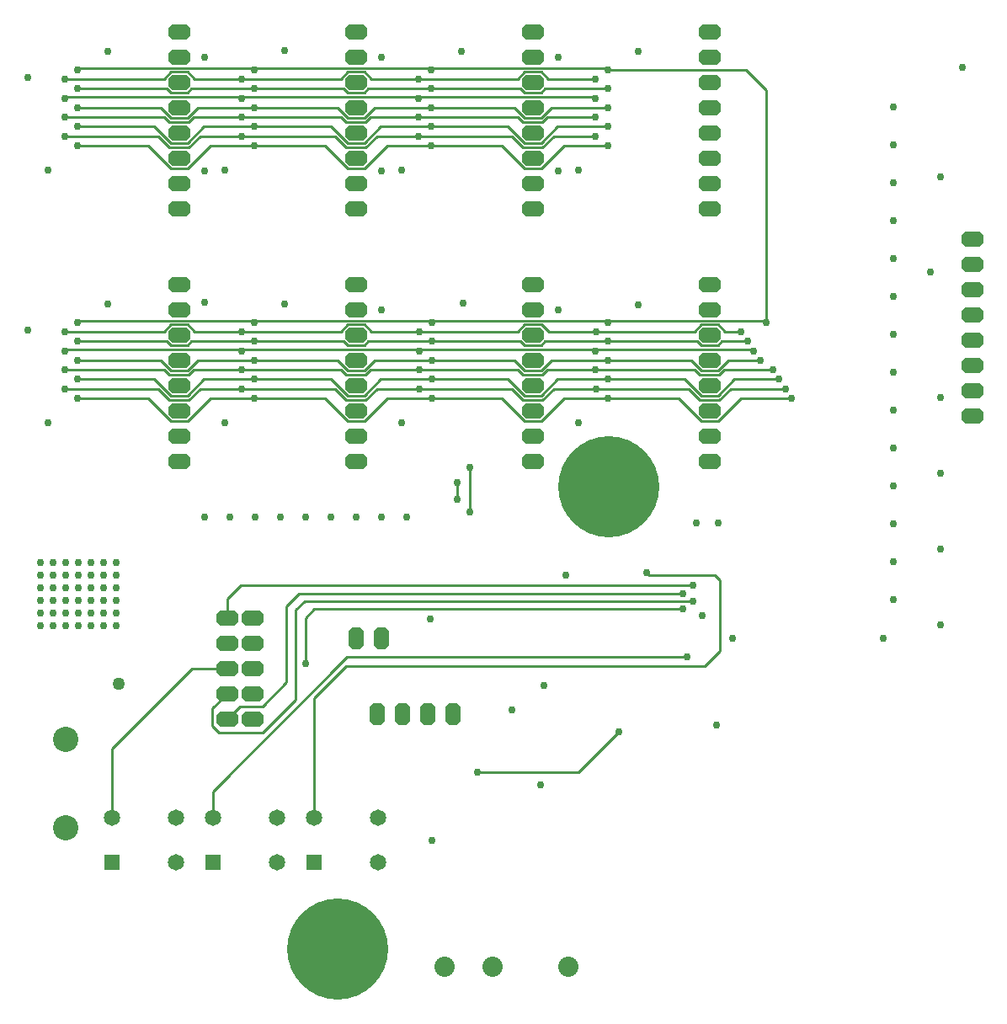
<source format=gbl>
%FSTAX23Y23*%
%MOIN*%
%SFA1B1*%

%IPPOS*%
%AMD29*
4,1,8,0.042500,-0.015000,0.042500,0.015000,0.027500,0.030000,-0.027500,0.030000,-0.042500,0.015000,-0.042500,-0.015000,-0.027500,-0.030000,0.027500,-0.030000,0.042500,-0.015000,0.0*
%
%AMD30*
4,1,8,-0.015000,-0.042500,0.015000,-0.042500,0.030000,-0.027500,0.030000,0.027500,0.015000,0.042500,-0.015000,0.042500,-0.030000,0.027500,-0.030000,-0.027500,-0.015000,-0.042500,0.0*
%
%ADD26C,0.010000*%
%ADD27R,0.064960X0.064960*%
%ADD28C,0.064960*%
G04~CAMADD=29~4~0.0~0.0~600.0~850.0~0.0~150.0~0~0.0~0.0~0.0~0.0~0~0.0~0.0~0.0~0.0~0~0.0~0.0~0.0~270.0~850.0~600.0*
%ADD29D29*%
G04~CAMADD=30~4~0.0~0.0~600.0~850.0~0.0~150.0~0~0.0~0.0~0.0~0.0~0~0.0~0.0~0.0~0.0~0~0.0~0.0~0.0~180.0~600.0~850.0*
%ADD30D30*%
%ADD31C,0.080000*%
%ADD32C,0.100000*%
%ADD33C,0.030000*%
%ADD34C,0.400000*%
%ADD35C,0.050000*%
%LNledcube-1*%
%LPD*%
G54D26*
X02161Y02611D02*
X02197Y02647D01*
X02161Y02257D02*
Y02611D01*
X0328Y0197D02*
X0344Y0213D01*
X0288Y0197D02*
X0328D01*
X01297Y03675D02*
X01651D01*
X01667Y03659*
X01732*
X01748Y03675*
X02351D02*
X02367Y03659D01*
X02432*
X02448Y03675*
X03051D02*
X03067Y03659D01*
X03132*
X03148Y03675*
X03397*
X01748D02*
X01997D01*
X02351*
X01297Y036D02*
X01626D01*
X01667Y03559*
X01732*
X01773Y036*
X01997*
X01943Y03641D02*
X01947Y03637D01*
X0125Y03641D02*
X01943D01*
X01247Y03712D02*
X01639D01*
X01667Y03741*
X01732*
X0176Y03712*
X01947*
X02339*
X02367Y03741*
X02432*
X0246Y03712*
X0265*
X03039*
X03067Y03741*
X03134*
X03162Y03712*
X03349*
X0339Y03757D02*
X03397Y0375D01*
X01247Y03562D02*
X01641D01*
X01661Y03543*
X01738*
X01758Y03562*
X01947*
X01297Y03525D02*
X01601D01*
X01667Y03459*
X01732*
X01798Y03525*
X01997*
X01783Y03487D02*
X01947D01*
X01738Y03443D02*
X01783Y03487D01*
X01661Y03443D02*
X01738D01*
X01616Y03487D02*
X01661Y03443D01*
X01247Y03487D02*
X01616D01*
X01297Y0345D02*
X01576D01*
X01667Y03359*
X01732*
X01823Y0345*
X01947Y03637D02*
X0195Y03641D01*
X02646*
X01997Y036D02*
X02326D01*
X02367Y03559*
X02432*
X02473Y036*
X027*
X02458Y03562D02*
X0265D01*
X02438Y03543D02*
X02458Y03562D01*
X02361Y03543D02*
X02438D01*
X02341Y03562D02*
X02361Y03543D01*
X01947Y03562D02*
X02341D01*
X01997Y03525D02*
X02301D01*
X02367Y03459*
X02432*
X02498Y03525*
X027*
X02483Y03487D02*
X0265D01*
X02438Y03443D02*
X02483Y03487D01*
X02361Y03443D02*
X02438D01*
X02316Y03487D02*
X02361Y03443D01*
X02276Y0345D02*
X02367Y03359D01*
X02432*
X02523Y0345*
X027*
X01947Y03487D02*
X02316D01*
X0265Y03637D02*
X02653Y03641D01*
X03344*
X027Y036D02*
X03026D01*
X03067Y03559*
X03132*
X03173Y036*
X03397*
X03158Y03562D02*
X03347D01*
X03138Y03543D02*
X03158Y03562D01*
X03061Y03543D02*
X03138D01*
X03041Y03562D02*
X03061Y03543D01*
X0265Y03562D02*
X03041D01*
X027Y03525D02*
X03001D01*
X03067Y03459*
X03132*
X03198Y03525*
X03397*
X03183Y03487D02*
X0335D01*
X03138Y03443D02*
X03183Y03487D01*
X03061Y03443D02*
X03138D01*
X03016Y03487D02*
X03061Y03443D01*
X0265Y03487D02*
X03016D01*
X027Y0345D02*
X02976D01*
X03067Y03359*
X03132*
X03223Y0345*
X03397*
X01247Y04712D02*
X01639D01*
X01667Y04741*
X01732*
X0176Y04712*
X01947*
X01304Y04757D02*
X0199D01*
X01297Y04675D02*
X01651D01*
X01667Y04659*
X01732*
X01748Y04675*
X01997*
X0125Y04641D02*
X01943D01*
X01297Y046D02*
X01626D01*
X01667Y04559*
X01732*
X01773Y046*
X01997*
X01758Y04562D02*
X01947D01*
X01738Y04543D02*
X01758Y04562D01*
X01661Y04543D02*
X01738D01*
X01641Y04562D02*
X01661Y04543D01*
X01247Y04562D02*
X01641D01*
X01297Y04525D02*
X01601D01*
X01667Y04459*
X01732*
X01798Y04525*
X01997*
X01783Y04487D02*
X01947D01*
X01738Y04443D02*
X01783Y04487D01*
X01661Y04443D02*
X01738D01*
X01616Y04487D02*
X01661Y04443D01*
X01247Y04487D02*
X01616D01*
X01297Y0445D02*
X01576D01*
X01667Y04359*
X01732*
X01823Y0445*
X01997*
X01947Y04712D02*
X02339D01*
X02367Y04741*
X02432*
X0246Y04712*
X02647*
X03039*
X03067Y04741*
X03132*
X0316Y04712*
X03347*
X0339Y04757D02*
X03397Y0475D01*
X02704Y04757D02*
X0339D01*
X02697Y0475D02*
X02704Y04757D01*
X0269D02*
X02697Y0475D01*
X02004Y04757D02*
X0269D01*
X0199D02*
X01997Y0475D01*
Y04675D02*
X02351D01*
X02367Y04659*
X02432*
X02448Y04675*
X02697*
X03051*
X03067Y04659*
X03132*
X03148Y04675*
X03397*
X03343Y04641D02*
X03347Y04637D01*
X0265Y04641D02*
X03343D01*
X02647Y04637D02*
X0265Y04641D01*
X02643D02*
X02647Y04637D01*
X0195Y04641D02*
X02643D01*
X01943D02*
X01947Y04637D01*
X01997Y046D02*
X02326D01*
X02367Y04559*
X02432*
X02473Y046*
X02697*
X03026*
X03067Y04559*
X03132*
X03173Y046*
X03397*
X03158Y04562D02*
X03347D01*
X03138Y04543D02*
X03158Y04562D01*
X03061Y04543D02*
X03138D01*
X03041Y04562D02*
X03061Y04543D01*
X02647Y04562D02*
X03041D01*
X02458D02*
X02647D01*
X02438Y04543D02*
X02458Y04562D01*
X02361Y04543D02*
X02438D01*
X02341Y04562D02*
X02361Y04543D01*
X01947Y04562D02*
X02341D01*
X01997Y04525D02*
X02301D01*
X02367Y04459*
X02432*
X02498Y04525*
X02697*
X03001*
X03067Y04459*
X03132*
X03198Y04525*
X03397*
X03183Y04487D02*
X03347D01*
X03138Y04443D02*
X03183Y04487D01*
X03061Y04443D02*
X03138D01*
X03016Y04487D02*
X03061Y04443D01*
X02647Y04487D02*
X03016D01*
X02483D02*
X02647D01*
X02438Y04443D02*
X02483Y04487D01*
X02361Y04443D02*
X02438D01*
X02316Y04487D02*
X02361Y04443D01*
X01947Y04487D02*
X02316D01*
X01997Y0445D02*
X02276D01*
X02367Y04359*
X02432*
X02523Y0445*
X02697*
X02976*
X03067Y04359*
X03132*
X03223Y0445*
X03397*
X03349Y03712D02*
X03739D01*
X03767Y03741*
X03832*
X0386Y03712*
X03925*
X03397Y0375D02*
X03404Y03757D01*
X04018*
X04025Y0375*
X03848Y03675D02*
X0395D01*
X03832Y03659D02*
X03848Y03675D01*
X03767Y03659D02*
X03832D01*
X03751Y03675D02*
X03767Y03659D01*
X03397Y03675D02*
X03751D01*
X03348Y03637D02*
X03351Y03641D01*
X03971*
X03873Y036D02*
X04D01*
X03832Y03559D02*
X03873Y036D01*
X03767Y03559D02*
X03832D01*
X03726Y036D02*
X03767Y03559D01*
X03397Y036D02*
X03726D01*
X03347Y03562D02*
X03741D01*
X03761Y03543*
X03838*
X03858Y03562*
X0405*
X03898Y03525D02*
X04075D01*
X03832Y03459D02*
X03898Y03525D01*
X03767Y03459D02*
X03832D01*
X03701Y03525D02*
X03767Y03459D01*
X03397Y03525D02*
X03701D01*
X0335Y03487D02*
X03716D01*
X03761Y03443*
X03838*
X03883Y03487*
X041*
X03923Y0345D02*
X04125D01*
X03832Y03359D02*
X03923Y0345D01*
X03767Y03359D02*
X03832D01*
X03676Y0345D02*
X03767Y03359D01*
X03397Y0345D02*
X03676D01*
X02448Y03675D02*
X03051D01*
X01304Y03757D02*
X0339D01*
X04025Y0375D02*
Y0467D01*
X03945Y0475D02*
X04025Y0467D01*
X03397Y0475D02*
X03945D01*
X028Y0305D02*
Y03115D01*
X0285Y03D02*
Y03175D01*
X01823Y0345D02*
X02276D01*
X01943Y0271D02*
X03735D01*
X02125Y02325D02*
Y02625D01*
X02175Y02675*
X03695*
X02197Y02647D02*
X03735D01*
X022Y024D02*
Y0258D01*
X02235Y02615*
X03695*
X01832Y01892D02*
X02365Y02425D01*
X0371*
X0189Y02657D02*
X01943Y0271D01*
X0189Y0258D02*
Y02657D01*
X01749Y0238D02*
X0189D01*
X01432Y02063D02*
X01749Y0238D01*
X0203Y0223D02*
X02125Y02325D01*
X0194Y0223D02*
X0203D01*
X0189Y0218D02*
X0194Y0223D01*
X0199Y0218D02*
X02028D01*
X01831Y02221D02*
X0189Y0228D01*
X01831Y02151D02*
Y02221D01*
Y02151D02*
X01856Y02126D01*
X0203*
X02161Y02257*
X01432Y01788D02*
Y02063D01*
X01832Y01788D02*
Y01892D01*
X02232Y01788D02*
Y02262D01*
X0236Y0239*
X0378*
X0384Y0245*
Y0273*
X0382Y0275D02*
X0384Y0273D01*
X0356Y0275D02*
X0382D01*
X0355Y0276D02*
X0356Y0275D01*
G54D27*
X01432Y01611D03*
X01832D03*
X02232D03*
G54D28*
X01432Y01788D03*
X01687D03*
Y01611D03*
X01832Y01788D03*
X02087D03*
Y01611D03*
X02487D03*
Y01788D03*
X02232D03*
G54D29*
X038Y032D03*
Y033D03*
Y034D03*
Y035D03*
Y036D03*
Y037D03*
Y038D03*
Y039D03*
X031Y032D03*
Y033D03*
Y034D03*
Y035D03*
Y036D03*
Y037D03*
Y038D03*
Y039D03*
X024Y032D03*
Y033D03*
Y034D03*
Y035D03*
Y036D03*
Y037D03*
Y038D03*
Y039D03*
X017Y032D03*
Y033D03*
Y034D03*
Y035D03*
Y036D03*
Y037D03*
Y038D03*
Y039D03*
X038Y042D03*
Y043D03*
Y044D03*
Y045D03*
Y046D03*
Y047D03*
Y048D03*
Y049D03*
X031Y042D03*
Y043D03*
Y044D03*
Y045D03*
Y046D03*
Y047D03*
Y048D03*
Y049D03*
X024Y042D03*
Y043D03*
Y044D03*
Y045D03*
Y046D03*
Y047D03*
Y048D03*
Y049D03*
X017Y042D03*
Y043D03*
Y044D03*
Y045D03*
Y046D03*
Y047D03*
Y048D03*
Y049D03*
X0189Y0258D03*
Y0248D03*
Y0238D03*
Y0228D03*
Y0218D03*
X0199Y0258D03*
Y0248D03*
Y0238D03*
Y0228D03*
Y0218D03*
X0484Y0408D03*
Y0398D03*
Y0388D03*
Y0378D03*
Y0368D03*
Y0358D03*
Y0348D03*
Y0338D03*
G54D30*
X025Y025D03*
X024D03*
X02785Y022D03*
X02685D03*
X02585D03*
X02485D03*
G54D31*
X0324Y012D03*
X0275D03*
X0294D03*
G54D32*
X0125Y0175D03*
Y021D03*
G54D33*
X0145Y0255D03*
Y026D03*
X0125Y0265D03*
X013D03*
X0135D03*
X014D03*
X0145D03*
Y027D03*
X014D03*
X0135D03*
X013D03*
X0125D03*
X012D03*
Y0275D03*
X0125D03*
X013D03*
X0135D03*
X014D03*
X0145D03*
Y028D03*
X014D03*
X0135D03*
X012Y0265D03*
Y026D03*
X0125D03*
X013D03*
X0135D03*
X014D03*
Y0255D03*
X0135D03*
X013D03*
X0125D03*
X012D03*
X0115Y0275D03*
Y027D03*
Y0265D03*
Y026D03*
Y0255D03*
X04526Y04604D03*
Y04454D03*
Y04304D03*
Y04154D03*
Y04004D03*
Y03854D03*
Y03704D03*
Y03554D03*
Y03404D03*
Y03254D03*
Y03104D03*
Y02954D03*
Y02804D03*
Y02654D03*
X04487Y02499D03*
X03129Y01919D03*
X03017Y02217D03*
X0288Y0197D03*
X0344Y0213D03*
X032Y0435D03*
X025D03*
X018D03*
X01181Y03351D03*
X01881D03*
X02581D03*
X03281D03*
Y04351D03*
X02581D03*
X01881D03*
X01181D03*
X025Y048D03*
X032D03*
X018D03*
X011Y0472D03*
Y0372D03*
X018Y0383D03*
X032Y038D03*
X025D03*
X0323Y0275D03*
X03142Y02312D03*
X027Y017D03*
X0389Y025D03*
X03827Y02157D03*
X03832Y02957D03*
X03747D03*
X03695Y02615D03*
Y02675D03*
X03735Y0271D03*
Y02647D03*
X0371Y02425D03*
X04712Y02552D03*
Y02852D03*
Y03152D03*
Y03452D03*
X04675Y0395D03*
X04712Y04325D03*
X048Y0476D03*
X03397Y03675D03*
Y036D03*
Y03525D03*
Y0345D03*
X0335Y03487D03*
X03347Y03562D03*
X03348Y03637D03*
X03349Y03712D03*
X0265D03*
Y03637D03*
X027Y036D03*
X0265Y03562D03*
X027Y03525D03*
X0265Y03487D03*
X027Y0345D03*
X03397Y0375D03*
X027D03*
X01997D03*
X01947Y03487D03*
X01997Y03525D03*
X01947Y03562D03*
X01997Y036D03*
X01947Y03637D03*
X01997Y03675D03*
X01947Y03712D03*
X01297Y0375D03*
Y0345D03*
Y03525D03*
X01247Y03562D03*
X01297Y036D03*
X01247Y03637D03*
X01297Y03675D03*
X01247Y03712D03*
X01297Y0475D03*
Y0445D03*
X01247Y04487D03*
X01297Y04525D03*
X01247Y04562D03*
X01297Y046D03*
X01247Y04637D03*
X01297Y04675D03*
X01247Y04712D03*
X01997Y0475D03*
Y0445D03*
X01947Y04487D03*
X01997Y04525D03*
X01947Y04562D03*
X01997Y046D03*
X01947Y04637D03*
X01997Y04675D03*
X01947Y04712D03*
X02697Y0475D03*
Y0445D03*
X02647Y04487D03*
X02697Y04525D03*
X02647Y04562D03*
X02697Y046D03*
X02647Y04637D03*
X02697Y04675D03*
X02647Y04712D03*
X03397Y0475D03*
Y0445D03*
X03347Y04487D03*
X03397Y04525D03*
X03347Y04562D03*
X03397Y046D03*
X03347Y04637D03*
X03397Y04675D03*
X03347Y04712D03*
X04125Y0345D03*
X04075Y03525D03*
X0395Y03675D03*
X04025Y0375D03*
X041Y03487D03*
X0405Y03562D03*
X03975Y03637D03*
X03925Y03712D03*
X04Y036D03*
X027Y03675D03*
X01247Y03487D03*
X0285Y03D03*
X028Y0305D03*
X0285Y03175D03*
X028Y03115D03*
X03518Y03818D03*
X02825Y03825D03*
X02118Y03823D03*
X01418Y03821D03*
X01997Y0345D03*
X01418Y04821D03*
X02118Y04826D03*
X02818Y04821D03*
X03518D03*
X022Y024D03*
X03771Y02588D03*
X0355Y0276D03*
X02693Y02575D03*
X013Y028D03*
X0125D03*
X012D03*
X0115D03*
X018Y0298D03*
X019D03*
X02D03*
X021D03*
X022D03*
X023D03*
X024D03*
X025D03*
X026D03*
G54D34*
X034Y031D03*
X02326Y01269D03*
G54D35*
X0146Y0232D03*
M02*
</source>
